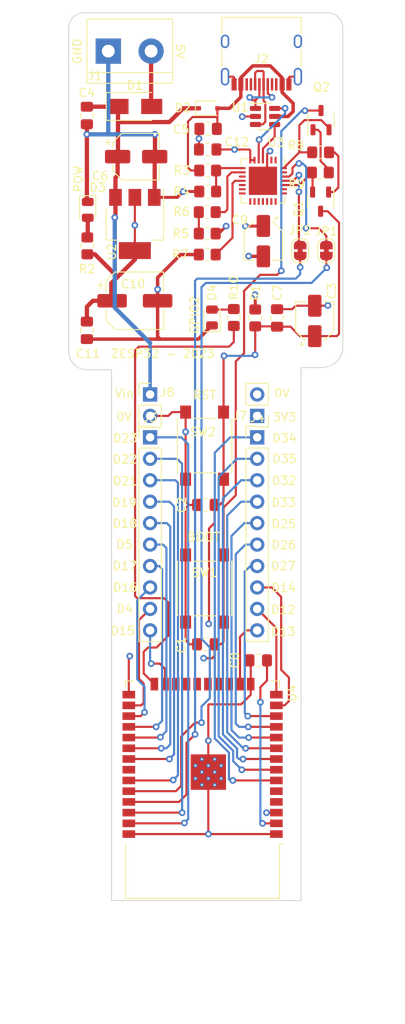
<source format=kicad_pcb>
(kicad_pcb (version 20211014) (generator pcbnew)
  (layers (0 "F.Cu" signal) (1 "In1.Cu" signal) (2 "In2.Cu" signal) (31 "B.Cu" signal) (34 "B.Paste" user) (35 "F.Paste" user) (36 "B.SilkS" user "B.Silkscreen") (37 "F.SilkS" user "F.Silkscreen") (38 "B.Mask" user) (39 "F.Mask" user) (44 "Edge.Cuts" user))
  (net 0 "")
  (net 1 "GND")
  (net 2 "IO0")
  (net 3 "ENA")
  (net 4 "EXT_5V")
  (net 5 "VBUS")
  (net 6 "+3V3")
  (net 7 "Net-(D1-Pad2)")
  (net 8 "Net-(D3-Pad2)")
  (net 9 "Net-(D4-Pad2)")
  (net 11 "Net-(J2-PadA6)")
  (net 12 "Net-(J2-PadA7)")
  (net 16 "D14")
  (net 17 "D13")
  (net 18 "D12")
  (net 19 "D5")
  (net 20 "D4")
  (net 21 "D19")
  (net 22 "D18")
  (net 23 "D17")
  (net 24 "D16")
  (net 25 "D15")
  (net 26 "D26")
  (net 27 "D25")
  (net 28 "D23")
  (net 29 "D22")
  (net 30 "D21")
  (net 31 "D34")
  (net 32 "D35")
  (net 33 "D32")
  (net 34 "D33")
  (net 35 "D27")
  (net 36 "Net-(JP1-Pad1)")
  (net 37 "RXD0")
  (net 38 "Net-(JP2-Pad1)")
  (net 39 "TXD0")
  (net 40 "RTS")
  (net 41 "Net-(Q1-Pad2)")
  (net 42 "DTR")
  (net 43 "Net-(Q2-Pad2)")
  (net 44 "Net-(R3-Pad2)")
  (net 45 "Net-(R5-Pad1)")
  (net 46 "Net-(R6-Pad1)")
  (net 47 "Net-(R7-Pad2)")
  (net 48 "D2")
  (net 57 "D+")
  (net 58 "D-")
  (footprint "Connector_PinHeader_2.54mm:PinHeader_1x02_P2.54mm_Vertical" (layer "F.Cu") (at 91.44 88.9)
    (fp_text reference "J8")
    (fp_text value "Conn_01x02_Female")
  )
  (footprint "Button_Switch_SMD:SW_Push_1P1T_NO_6x6mm_H9.5mm" (layer "F.Cu") (at 97.901 111.887 90)
    (fp_text reference "SW1")
    (fp_text value "BOOT")
  )
  (footprint "Jumper:SolderJumper-2_P1.3mm_Bridged_RoundedPad1.0x1.5mm" (layer "F.Cu") (at 109.2404 71.8616 -90)
    (fp_text reference "JP2")
    (fp_text value "SolderJumper_2_Bridged")
  )
  (footprint "Package_TO_SOT_SMD:SOT-23-3-REV" (layer "F.Cu") (at 111.6584 66.0654 -90)
    (fp_text reference "Q1")
    (fp_text value "2N3904S-RTK/PS")
  )
  (footprint "Capacitor_SMD:CP_Elec_4x5.4" (layer "F.Cu") (at 104.8716 70.744 -90)
    (fp_text reference "C9")
    (fp_text value "10u/16V")
  )
  (footprint "Resistor_SMD:R_0805_2012Metric_Pad1.20x1.40mm_HandSolder" (layer "F.Cu") (at 111.6628 60.2284)
    (fp_text reference "R8")
    (fp_text value "10K")
  )
  (footprint "Capacitor_SMD:CP_Elec_4x5.4" (layer "F.Cu") (at 110.9676 80.1928 90)
    (fp_text reference "C3")
    (fp_text value "10u/16V")
  )
  (footprint "Capacitor_SMD:C_0805_2012Metric_Pad1.18x1.45mm_HandSolder" (layer "F.Cu") (at 98.2676 59.8888 180)
    (fp_text reference "C12")
    (fp_text value "104")
  )
  (footprint "Resistor_SMD:R_0805_2012Metric_Pad1.20x1.40mm_HandSolder" (layer "F.Cu") (at 98.2676 64.8672 180)
    (fp_text reference "R4")
    (fp_text value "47K5")
  )
  (footprint "Package_TO_SOT_SMD:SOT-23-6" (layer "F.Cu") (at 105.0748 55.9772)
    (fp_text reference "U1")
    (fp_text value "USBLC6-2SC6")
  )
  (footprint "Connector_PinHeader_2.54mm:PinHeader_1x10_P2.54mm_Vertical" (layer "F.Cu") (at 91.44 93.98)
    (fp_text reference "J3")
    (fp_text value "Conn_01x10_Female")
  )
  (footprint "RF_Module:ESP32-WROOM-32" (layer "F.Cu") (at 97.663 132.715 180)
    (fp_text reference "U4")
    (fp_text value "ESP32-WROOM-32D")
  )
  (footprint "Capacitor_SMD:C_0805_2012Metric_Pad1.18x1.45mm_HandSolder" (layer "F.Cu") (at 106.4972 79.8372 90)
    (fp_text reference "C7")
    (fp_text value "104")
  )
  (footprint "Connector_PinHeader_2.54mm:PinHeader_1x02_P2.54mm_Vertical" (layer "F.Cu") (at 104.14 91.44 180)
    (fp_text reference "J7")
    (fp_text value "Conn_01x02_Female")
  )
  (footprint "Capacitor_SMD:C_0805_2012Metric_Pad1.18x1.45mm_HandSolder" (layer "F.Cu") (at 98.044 118.491)
    (fp_text reference "C1")
    (fp_text value "104")
  )
  (footprint "Connector_USB:USB_C_Receptacle_HRO_TYPE-C-31-M-12" (layer "F.Cu") (at 104.648 48.133 180)
    (fp_text reference "J2")
    (fp_text value "USB_C_Receptacle_USB2.0")
  )
  (footprint "Capacitor_SMD:CP_Elec_6.3x5.7" (layer "F.Cu") (at 89.6316 77.8052)
    (fp_text reference "C10")
    (fp_text value "100u/6.3V")
  )
  (footprint "Resistor_SMD:R_0805_2012Metric_Pad1.20x1.40mm_HandSolder" (layer "F.Cu") (at 83.9928 71.3028 90)
    (fp_text reference "R2")
    (fp_text value "220R")
  )
  (footprint "Capacitor_SMD:C_0805_2012Metric_Pad1.18x1.45mm_HandSolder" (layer "F.Cu") (at 104.267 120.396 180)
    (fp_text reference "C8")
    (fp_text value "104")
  )
  (footprint "Resistor_SMD:R_0805_2012Metric_Pad1.20x1.40mm_HandSolder" (layer "F.Cu") (at 98.2168 67.3056 180)
    (fp_text reference "R6")
    (fp_text value "1K")
  )
  (footprint "Resistor_SMD:R_0805_2012Metric_Pad1.20x1.40mm_HandSolder" (layer "F.Cu") (at 103.9064 79.8372 90)
    (fp_text reference "R1")
    (fp_text value "10K")
  )
  (footprint "LED_SMD:LED_0805_2012Metric" (layer "F.Cu") (at 84.0436 67.0356 -90)
    (fp_text reference "D3")
    (fp_text value "LED")
  )
  (footprint "Resistor_SMD:R_0805_2012Metric_Pad1.20x1.40mm_HandSolder" (layer "F.Cu") (at 98.2168 72.3348)
    (fp_text reference "R7")
    (fp_text value "10K")
  )
  (footprint "Resistor_SMD:R_0805_2012Metric_Pad1.20x1.40mm_HandSolder" (layer "F.Cu") (at 98.2676 62.378)
    (fp_text reference "R3")
    (fp_text value "22K1")
  )
  (footprint "TerminalBlock:TerminalBlock_bornier-2_P5.08mm" (layer "F.Cu") (at 86.482 48.2396)
    (fp_text reference "J1")
    (fp_text value "Screw_Terminal_01x02")
  )
  (footprint "Resistor_SMD:R_0805_2012Metric_Pad1.20x1.40mm_HandSolder" (layer "F.Cu") (at 111.628 62.616)
    (fp_text reference "R9")
    (fp_text value "10K")
  )
  (footprint "Package_DFN_QFN:QFN-28-1EP_5x5mm_P0.5mm_EP3.35x3.35mm" (layer "F.Cu") (at 104.8208 63.5972 -90)
    (fp_text reference "U3")
    (fp_text value "CP2102N-Axx-xQFN28")
  )
  (footprint "Diode_SMD:D_SOD-323F" (layer "F.Cu") (at 98.3184 55.012)
    (fp_text reference "D2")
    (fp_text value "BAT760-7")
  )
  (footprint "Capacitor_SMD:CP_Elec_5x5.4" (layer "F.Cu") (at 89.784 60.7364)
    (fp_text reference "C6")
    (fp_text value "47u/16V")
  )
  (footprint "Capacitor_SMD:C_0805_2012Metric_Pad1.18x1.45mm_HandSolder" (layer "F.Cu") (at 98.3184 57.4504 180)
    (fp_text reference "C5")
    (fp_text value "104")
  )
  (footprint "Resistor_SMD:R_0805_2012Metric_Pad1.20x1.40mm_HandSolder" (layer "F.Cu") (at 101.3664 79.7864 90)
    (fp_text reference "R10")
    (fp_text value "220R")
  )
  (footprint "Button_Switch_SMD:SW_Push_1P1T_NO_6x6mm_H9.5mm" (layer "F.Cu") (at 97.901 94.967 90)
    (fp_text reference "SW2")
    (fp_text value "RESET")
  )
  (footprint "Package_TO_SOT_SMD:SOT-223-3_TabPin2" (layer "F.Cu") (at 89.6316 68.712 -90)
    (fp_text reference "U2")
    (fp_text value "AMS1117-3.3")
  )
  (footprint "Package_TO_SOT_SMD:SOT-23-3-REV" (layer "F.Cu") (at 111.7092 56.4134 90)
    (fp_text reference "Q2")
    (fp_text value "2N3904S-RTK/PS")
  )
  (footprint "Capacitor_SMD:C_0805_2012Metric_Pad1.18x1.45mm_HandSolder" (layer "F.Cu") (at 98.044 101.981)
    (fp_text reference "C2")
    (fp_text value "104")
  )
  (footprint "Connector_PinHeader_2.54mm:PinHeader_1x10_P2.54mm_Vertical" (layer "F.Cu") (at 104.14 93.98)
    (fp_text reference "J4")
    (fp_text value "Conn_01x10_Female")
  )
  (footprint "Resistor_SMD:R_0805_2012Metric_Pad1.20x1.40mm_HandSolder" (layer "F.Cu") (at 98.2168 69.8456)
    (fp_text reference "R5")
    (fp_text value "1K")
  )
  (footprint "Capacitor_SMD:C_0805_2012Metric_Pad1.18x1.45mm_HandSolder" (layer "F.Cu") (at 83.942 55.8596 -90)
    (fp_text reference "C4")
    (fp_text value "104")
  )
  (footprint "Jumper:SolderJumper-2_P1.3mm_Bridged_RoundedPad1.0x1.5mm" (layer "F.Cu") (at 112.3392 71.8616 -90)
    (fp_text reference "JP1")
    (fp_text value "SolderJumper_2_Bridged")
  )
  (footprint "Diode_SMD:D_SMA" (layer "F.Cu") (at 89.6316 54.7928)
    (fp_text reference "D1")
    (fp_text value "SS34")
  )
  (footprint "Capacitor_SMD:C_0805_2012Metric_Pad1.18x1.45mm_HandSolder" (layer "F.Cu") (at 83.942 81.3104 -90)
    (fp_text reference "C11")
    (fp_text value "104")
  )
  (footprint "LED_SMD:LED_0805_2012Metric" (layer "F.Cu") (at 98.7756 79.7864 90)
    (fp_text reference "D4")
    (fp_text value "LED")
  )
  (gr_line (start 81.788 45.72) (end 81.788 83.82) (layer "Edge.Cuts") (width 0.1))
  (gr_line (start 114.3 45.72) (end 114.3 83.566) (layer "Edge.Cuts") (width 0.1))
  (gr_line (start 83.6295 43.688) (end 112.4585 43.688) (layer "Edge.Cuts") (width 0.1))
  (gr_line (start 111.76 85.725) (end 109.347 85.725) (layer "Edge.Cuts") (width 0.1))
  (gr_arc (start 114.3 83.566) (mid 113.42617 85.111582) (end 111.76 85.725) (layer "Edge.Cuts") (width 0.1))
  (gr_arc (start 83.947 85.979) (mid 82.420356 85.346644) (end 81.788 83.82) (layer "Edge.Cuts") (width 0.1))
  (gr_arc (start 112.4585 43.688) (mid 113.829644 44.29583) (end 114.3 45.72) (layer "Edge.Cuts") (width 0.1))
  (gr_line (start 109.347 148.844) (end 86.868 148.844) (layer "Edge.Cuts") (width 0.1))
  (gr_line (start 109.347 85.725) (end 109.347 148.844) (layer "Edge.Cuts") (width 0.1))
  (gr_arc (start 81.788 45.72) (mid 82.263424 44.300424) (end 83.6295 43.688) (layer "Edge.Cuts") (width 0.1))
  (gr_line (start 86.868 148.844) (end 86.868 85.979) (layer "Edge.Cuts") (width 0.1))
  (gr_line (start 83.947 85.979) (end 86.868 85.979) (layer "Edge.Cuts") (width 0.1))
  (gr_text "RST" (at 97.901 88.967) (layer "F.SilkS") (effects (font (size 1 1))))
  (gr_text "BOOT" (at 97.79 105.791) (layer "F.SilkS") (effects (font (size 1 1))))
  (gr_text "D16" (at 88.4936 111.76) (layer "F.SilkS") (effects (font (size 1 1))))
  (gr_text "D14" (at 107.2896 111.8108) (layer "F.SilkS") (effects (font (size 1 1))))
  (gr_text "D33" (at 107.2896 101.7016) (layer "F.SilkS") (effects (font (size 1 1))))
  (gr_text "D19" (at 88.392 101.7016) (layer "F.SilkS") (effects (font (size 1 1))))
  (gr_text "D22" (at 88.4428 96.5708) (layer "F.SilkS") (effects (font (size 1 1))))
  (gr_text "0V" (at 88.3412 91.5416) (layer "F.SilkS") (effects (font (size 1 1))))
  (gr_text "GND" (at 82.804 48.26 90) (layer "F.SilkS") (effects (font (size 1 1))))
  (gr_text "D21" (at 88.4936 99.1616) (layer "F.SilkS") (effects (font (size 1 1))))
  (gr_text "D13" (at 107.2388 116.9924) (layer "F.SilkS") (effects (font (size 1 1))))
  (gr_text "D25" (at 107.2896 104.2416) (layer "F.SilkS") (effects (font (size 1 1))))
  (gr_text "ZESP32 - 2023" (at 92.964 84.074) (layer "F.SilkS") (effects (font (size 1 1))))
  (gr_text "D26" (at 107.2896 106.7308) (layer "F.SilkS") (effects (font (size 1 1))))
  (gr_text "D27" (at 107.2388 109.22) (layer "F.SilkS") (effects (font (size 1 1))))
  (gr_text "D18" (at 88.4428 104.1908) (layer "F.SilkS") (effects (font (size 1 1))))
  (gr_text "0V" (at 107.0864 88.7476) (layer "F.SilkS") (effects (font (size 1 1))))
  (gr_text "D34" (at 107.3912 94.0816) (layer "F.SilkS") (effects (font (size 1 1))))
  (gr_text "D32" (at 107.3404 99.1108) (layer "F.SilkS") (effects (font (size 1 1))))
  (gr_text "D35\n" (at 107.3912 96.52) (layer "F.SilkS") (effects (font (size 1 1))))
  (gr_text "GPIO2" (at 96.6928 79.4816 90) (layer "F.SilkS") (effects (font (size 1 1))))
  (gr_text "D17" (at 88.4428 109.22) (layer "F.SilkS") (effects (font (size 1 1))))
  (gr_text "3V3" (at 107.3912 91.5924) (layer "F.SilkS") (effects (font (size 1 1))))
  (gr_text "D5" (at 88.392 106.68) (layer "F.SilkS") (effects (font (size 1 1))))
  (gr_text "Vin" (at 88.392 88.7984) (layer "F.SilkS") (effects (font (size 1 1))))
  (gr_text "5V" (at 94.996 48.26 270) (layer "F.SilkS") (effects (font (size 1 1))))
  (gr_text "D23" (at 88.4936 94.0816) (layer "F.SilkS") (effects (font (size 1 1))))
  (gr_text "POW" (at 82.931 63.373 90) (layer "F.SilkS") (effects (font (size 1 1))))
  (gr_text "D12" (at 107.2388 114.4016) (layer "F.SilkS") (effects (font (size 1 1))))
  (gr_text "D4" (at 88.4428 114.3) (layer "F.SilkS") (effects (font (size 1 1))))
  (gr_text "D15" (at 88.1888 116.8908) (layer "F.SilkS") (effects (font (size 1 1))))
  (segment (start 92.6349 82.3479) (end 97.1516 82.3479) (width 0.4064) (layer "F.Cu") (net 1))
  (segment (start 91.984 60.7364) (end 91.984 65.5096) (width 0.508) (layer "F.Cu") (net 1))
  (segment (start 101.398 51.36578) (end 101.398 52.178) (width 0.254) (layer "F.Cu") (net 1))
  (segment (start 98.343 125.685) (end 98.343 129.9014) (width 0.254) (layer "F.Cu") (net 1))
  (segment (start 92.0192 60.7012) (end 91.984 60.7364) (width 0.508) (layer "F.Cu") (net 1))
  (segment (start 96.139 118.491) (end 97.0065 118.491) (width 0.254) (layer "F.Cu") (net 1))
  (segment (start 107.898 51.36578) (end 107.898 52.178) (width 0.254) (layer "F.Cu") (net 1))
  (segment (start 102.3918 55.9772) (end 102.362 56.007) (width 0.254) (layer "F.Cu") (net 1))
  (segment (start 103.373 120.5395) (end 103.373 123.205) (width 0.254) (layer "F.Cu") (net 1))
  (segment (start 100.328 51.263) (end 101.29522 51.263) (width 0.254) (layer "F.Cu") (net 1))
  (segment (start 106.4972 78.7997) (end 108.2967 78.7997) (width 0.254) (layer "F.Cu") (net 1))
  (segment (start 98.343 140.925) (end 98.303 140.965) (width 0.254) (layer "F.Cu") (net 1))
  (segment (start 91.44 91.44) (end 93.599 91.44) (width 0.254) (layer "F.Cu") (net 1))
  (segment (start 94.047 90.992) (end 95.651 90.992) (width 0.254) (layer "F.Cu") (net 1))
  (segment (start 98.3538 140.965) (end 106.413 140.965) (width 0.254) (layer "F.Cu") (net 1))
  (segment (start 101.29522 51.263) (end 101.398 51.36578) (width 0.254) (layer "F.Cu") (net 1))
  (segment (start 98.303 140.965) (end 98.3538 140.965) (width 0.254) (layer "F.Cu") (net 1))
  (segment (start 95.651 115.862) (end 95.651 118.003) (width 0.254) (layer "F.Cu") (net 1))
  (segment (start 95.651 101.62) (end 96.012 101.981) (width 0.254) (layer "F.Cu") (net 1))
  (segment (start 91.984 65.5096) (end 91.9316 65.562) (width 0.508) (layer "F.Cu") (net 1))
  (segment (start 95.356 64.8672) (end 95.3516 64.8716) (width 0.3556) (layer "F.Cu") (net 1))
  (segment (start 92.3316 82.0446) (end 92.6349 82.3479) (width 0.4064) (layer "F.Cu") (net 1))
  (segment (start 108.968 51.263) (end 108.00078 51.263) (width 0.254) (layer "F.Cu") (net 1))
  (segment (start 92.3316 77.8052) (end 92.3316 76.4514) (width 0.4064) (layer "F.Cu") (net 1))
  (segment (start 104.8716 72.544) (end 103.151 72.544) (width 0.4064) (layer "F.Cu") (net 1))
  (segment (start 95.651 90.992) (end 95.651 93.325) (width 0.254) (layer "F.Cu") (net 1))
  (segment (start 97.2301 59.8888) (end 97.2301 57.5012) (width 0.254) (layer "F.Cu") (net 1))
  (segment (start 95.651 93.325) (end 95.651 98.942) (width 0.254) (layer "F.Cu") (net 1))
  (segment (start 105.3208 61.1472) (end 105.3208 60.4142) (width 0.254) (layer "F.Cu") (net 1))
  (segment (start 108.00078 51.263) (end 107.898 51.36578) (width 0.254) (layer "F.Cu") (net 1))
  (segment (start 83.942 65.9965) (end 84.0436 66.0981) (width 0.508) (layer "F.Cu") (net 1))
  (segment (start 88.913 140.965) (end 98.303 140.965) (width 0.254) (layer "F.Cu") (net 1))
  (segment (start 95.651 102.342) (end 96.012 101.981) (width 0.254) (layer "F.Cu") (net 1))
  (segment (start 105.3208 63.0972) (end 104.8208 63.5972) (width 0.254) (layer "F.Cu") (net 1))
  (segment (start 110.9676 78.3928) (end 112.4882 78.3928) (width 0.254) (layer "F.Cu") (net 1))
  (segment (start 96.012 101.981) (end 97.0065 101.981) (width 0.254) (layer "F.Cu") (net 1))
  (segment (start 103.373 123.205) (end 103.373 124.465) (width 0.254) (layer "F.Cu") (net 1))
  (segment (start 105.3208 61.1472) (end 105.3208 63.0972) (width 0.254) (layer "F.Cu") (net 1))
  (segment (start 103.373 124.465) (end 102.235 125.603) (width 0.254) (layer "F.Cu") (net 1))
  (segment (start 83.942 56.8971) (end 83.942 58.0948) (width 0.508) (layer "F.Cu") (net 1))
  (segment (start 95.3516 64.8716) (end 94.6612 65.562) (width 0.3556) (layer "F.Cu") (net 1))
  (segment (start 105.3208 60.4142) (end 105.664 60.071) (width 0.254) (layer "F.Cu") (net 1))
  (segment (start 83.942 58.0948) (end 83.942 65.9965) (width 0.508) (layer "F.Cu") (net 1))
  (segment (start 103.9373 55.9772) (end 102.3918 55.9772) (width 0.254) (layer "F.Cu") (net 1))
  (segment (start 95.0512 72.3348) (end 92.3316 75.0544) (width 0.4064) (layer "F.Cu") (net 1))
  (segment (start 92.0192 58.0948) (end 92.0192 60.7012) (width 0.508) (layer "F.Cu") (net 1))
  (segment (start 97.1516 82.3479) (end 98.7756 80.7239) (width 0.4064) (layer "F.Cu") (net 1))
  (segment (start 112.4882 78.3928) (end 112.522 78.359) (width 0.254) (layer "F.Cu") (net 1))
  (segment (start 103.2295 120.396) (end 103.373 120.5395) (width 0.254) (layer "F.Cu") (net 1))
  (segment (start 98.343 133.625) (end 98.343 140.925) (width 0.254) (layer "F.Cu") (net 1))
  (segment (start 98.425 125.603) (end 98.343 125.685) (width 0.254) (layer "F.Cu") (net 1))
  (segment (start 95.651 107.912) (end 95.651 102.342) (width 0.254) (layer "F.Cu") (net 1))
  (segment (start 108.2967 78.7997) (end 108.7036 78.3928) (width 0.254) (layer "F.Cu") (net 1))
  (segment (start 95.651 107.912) (end 95.651 115.862) (width 0.254) (layer "F.Cu") (net 1))
  (segment (start 83.942 82.3479) (end 92.6349 82.3479) (width 0.4064) (layer "F.Cu") (net 1))
  (segment (start 102.235 125.603) (end 98.425 125.603) (width 0.254) (layer "F.Cu") (net 1))
  (segment (start 93.599 91.44) (end 94.047 90.992) (width 0.254) (layer "F.Cu") (net 1))
  (segment (start 108.7036 78.3928) (end 110.9676 78.3928) (width 0.254) (layer "F.Cu") (net 1))
  (segment (start 97.2168 72.3348) (end 95.0512 72.3348) (width 0.4064) (layer "F.Cu") (net 1))
  (segment (start 97.2301 57.5012) (end 97.2809 57.4504) (width 0.254) (layer "F.Cu") (net 1))
  (segment (start 97.2676 64.8672) (end 95.356 64.8672) (width 0.3556) (layer "F.Cu") (net 1))
  (segment (start 92.3316 75.0544) (end 92.3316 76.4514) (width 0.4064) (layer "F.Cu") (net 1))
  (segment (start 103.151 72.544) (end 103.124 72.517) (width 0.4064) (layer "F.Cu") (net 1))
  (segment (start 95.651 98.942) (end 95.651 101.62) (width 0.254) (layer "F.Cu") (net 1))
  (segment (start 98.343 129.9014) (end 98.343 133.625) (width 0.254) (layer "F.Cu") (net 1))
  (segment (start 92.3316 77.8052) (end 92.3316 82.0446) (width 0.4064) (layer "F.Cu") (net 1))
  (segment (start 95.651 118.003) (end 96.139 118.491) (width 0.254) (layer "F.Cu") (net 1))
  (segment (start 94.6612 65.562) (end 91.9316 65.562) (width 0.3556) (layer "F.Cu") (net 1))
  (via (at 98.3538 140.965) (size 0.8) (drill 0.4) (layers "F.Cu" "B.Cu") (net 1))
  (via (at 92.0192 58.0948) (size 0.8) (drill 0.4) (layers "F.Cu" "B.Cu") (net 1))
  (via (at 97.2301 58.5989) (size 0.8) (drill 0.4) (layers "F.Cu" "B.Cu") (net 1))
  (via (at 112.522 78.359) (size 0.8) (drill 0.4) (layers "F.Cu" "B.Cu") (net 1))
  (via (at 103.124 72.517) (size 0.8) (drill 0.4) (layers "F.Cu" "B.Cu") (net 1))
  (via (at 92.3316 76.4514) (size 0.8) (drill 0.4) (layers "F.Cu" "B.Cu") (net 1))
  (via (at 102.362 56.007) (size 0.8) (drill 0.4) (layers "F.Cu" "B.Cu") (net 1))
  (via (at 83.942 58.0948) (size 0.8) (drill 0.4) (layers "F.Cu" "B.Cu") (net 1))
  (via (at 105.664 60.071) (size 0.8) (drill 0.4) (layers "F.Cu" "B.Cu") (net 1))
  (via (at 98.343 129.9014) (size 0.8) (drill 0.4) (layers "F.Cu" "B.Cu") (net 1))
  (via (at 95.651 93.325) (size 0.8) (drill 0.4) (layers "F.Cu" "B.Cu") (net 1))
  (via (at 95.3516 64.8716) (size 0.8) (drill 0.4) (layers "F.Cu" "B.Cu") (net 1))
  (segment (start 86.482 58.044) (end 86.4312 58.0948) (width 0.508) (layer "B.Cu") (net 1))
  (segment (start 92.0192 58.0948) (end 86.4312 58.0948) (width 0.508) (layer "B.Cu") (net 1))
  (segment (start 86.482 48.2396) (end 86.482 58.044) (width 0.508) (layer "B.Cu") (net 1))
  (segment (start 86.4312 58.0948) (end 83.942 58.0948) (width 0.508) (layer "B.Cu") (net 1))
  (segment (start 99.0815 119.8665) (end 98.806 120.142) (width 0.254) (layer "F.Cu") (net 2))
  (segment (start 100.151 102.287) (end 101.6 100.838) (width 0.254) (layer "F.Cu") (net 2))
  (segment (start 99.0815 118.491) (end 99.0815 119.8665) (width 0.254) (layer "F.Cu") (net 2))
  (segment (start 102.5856 84.0028) (end 102.5856 76.6368) (width 0.254) (layer "F.Cu") (net 2))
  (segment (start 109.8241 55.2759) (end 109.8042 55.2958) (width 0.254) (layer "F.Cu") (net 2))
  (segment (start 100.151 115.862) (end 100.151 118.162) (width 0.254) (layer "F.Cu") (net 2))
  (segment (start 102.5856 76.6368) (end 104.4906 74.7318) (width 0.254) (layer "F.Cu") (net 2))
  (segment (start 99.822 118.491) (end 99.0815 118.491) (width 0.254) (layer "F.Cu") (net 2))
  (segment (start 100.151 107.912) (end 100.151 115.862) (width 0.254) (layer "F.Cu") (net 2))
  (segment (start 106.5182 74.7318) (end 107 74.25) (width 0.254) (layer "F.Cu") (net 2))
  (segment (start 88.913 120.002) (end 88.913 124.455) (width 0.254) (layer "F.Cu") (net 2))
  (segment (start 104.4906 74.7318) (end 106.5182 74.7318) (width 0.254) (layer "F.Cu") (net 2))
  (segment (start 100.151 118.162) (end 99.822 118.491) (width 0.254) (layer "F.Cu") (net 2))
  (segment (start 98.806 120.142) (end 97.79 120.142) (width 0.254) (layer "F.Cu") (net 2))
  (segment (start 100.151 107.912) (end 100.151 102.287) (width 0.254) (layer "F.Cu") (net 2))
  (segment (start 111.7092 55.2759) (end 109.8241 55.2759) (width 0.254) (layer "F.Cu") (net 2))
  (segment (start 89.027 119.888) (end 88.913 120.002) (width 0.254) (layer "F.Cu") (net 2))
  (segment (start 101.6 84.9884) (end 102.5856 84.0028) (width 0.254) (layer "F.Cu") (net 2))
  (segment (start 101.6 100.838) (end 101.6 84.9884) (width 0.254) (layer "F.Cu") (net 2))
  (via (at 107 74.25) (size 0.8) (drill 0.4) (layers "F.Cu" "B.Cu") (net 2))
  (via (at 97.79 120.142) (size 0.8) (drill 0.4) (layers "F.Cu" "B.Cu") (net 2))
  (via (at 109.8042 55.2958) (size 0.8) (drill 0.4) (layers "F.Cu" "B.Cu") (net 2))
  (via (at 89.027 119.888) (size 0.8) (drill 0.4) (layers "F.Cu" "B.Cu") (net 2))
  (segment (start 109.8042 55.2958) (end 109.4232 55.2958) (width 0.254) (layer "B.Cu") (net 2))
  (segment (start 109.4232 55.2958) (end 107 57.719) (width 0.254) (layer "B.Cu") (net 2))
  (segment (start 107 74.25) (end 107 57.719) (width 0.254) (layer "B.Cu") (net 2))
  (segment (start 103.9064 80.8372) (end 106.4597 80.8372) (width 0.254) (layer "F.Cu") (net 3))
  (segment (start 108.0935 80.8747) (end 109.2116 81.9928) (width 0.254) (layer "F.Cu") (net 3))
  (segment (start 103.886 84.201) (end 103.886 83.82) (width 0.254) (layer "F.Cu") (net 3))
  (segment (start 99.0815 101.981) (end 99.0815 104.1185) (width 0.254) (layer "F.Cu") (net 3))
  (segment (start 98.425 116.0373) (end 98.3843 116.078) (width 0.254) (layer "F.Cu") (net 3))
  (segment (start 103.886 83.82) (end 103.9064 83.7996) (width 0.254) (layer "F.Cu") (net 3))
  (segment (start 100.151 84.38) (end 100.203 84.328) (width 0.254) (layer "F.Cu") (net 3))
  (segment (start 109.2116 81.9928) (end 110.9676 81.9928) (width 0.254) (layer "F.Cu") (net 3))
  (segment (start 103.9064 80.8372) (end 103.9064 83.7996) (width 0.254) (layer "F.Cu") (net 3))
  (segment (start 113.5872 81.9928) (end 113.8428 81.7372) (width 0.254) (layer "F.Cu") (net 3))
  (segment (start 110.9676 81.9928) (end 113.5872 81.9928) (width 0.254) (layer "F.Cu") (net 3))
  (segment (start 106.4597 80.8372) (end 106.4972 80.8747) (width 0.254) (layer "F.Cu") (net 3))
  (segment (start 105.2475 138.43) (end 106.408 138.43) (width 0.254) (layer "F.Cu") (net 3))
  (segment (start 100.151 90.992) (end 100.151 84.38) (width 0.254) (layer "F.Cu") (net 3))
  (segment (start 100.151 98.942) (end 100.151 101.525) (width 0.254) (layer "F.Cu") (net 3))
  (segment (start 100.151 101.525) (end 99.695 101.981) (width 0.254) (layer "F.Cu") (net 3))
  (segment (start 103.9064 83.7996) (end 103.9064 83.952) (width 0.254) (layer "F.Cu") (net 3))
  (segment (start 106.408 138.43) (end 106.413 138.425) (width 0.254) (layer "F.Cu") (net 3))
  (segment (start 106.4972 80.8747) (end 108.0935 80.8747) (width 0.254) (layer "F.Cu") (net 3))
  (segment (start 112.4911 67.2029) (end 111.6584 67.2029) (width 0.254) (layer "F.Cu") (net 3))
  (segment (start 99.695 101.981) (end 99.0815 101.981) (width 0.254) (layer "F.Cu") (net 3))
  (segment (start 98.425 104.775) (end 98.425 116.0373) (width 0.254) (layer "F.Cu") (net 3))
  (segment (start 100.151 90.992) (end 100.151 98.942) (width 0.254) (layer "F.Cu") (net 3))
  (segment (start 113.8428 81.7372) (end 113.8428 68.5546) (width 0.254) (layer "F.Cu") (net 3))
  (segment (start 99.0815 104.1185) (end 98.425 104.775) (width 0.254) (layer "F.Cu") (net 3))
  (segment (start 113.8428 68.5546) (end 112.4911 67.2029) (width 0.254) (layer "F.Cu") (net 3))
  (via (at 100.203 84.328) (size 0.8) (drill 0.4) (layers "F.Cu" "B.Cu") (net 3))
  (via (at 105.2475 138.43) (size 0.8) (drill 0.4) (layers "F.Cu" "B.Cu") (net 3))
  (via (at 103.886 84.201) (size 0.8) (drill 0.4) (layers "F.Cu" "B.Cu") (net 3))
  (via (at 98.3843 116.078) (size 0.8) (drill 0.4) (layers "F.Cu" "B.Cu") (net 3))
  (segment (start 100.203 84.328) (end 103.759 84.328) (width 0.254) (layer "B.Cu") (net 3))
  (segment (start 103.759 84.328) (end 103.886 84.201) (width 0.254) (layer "B.Cu") (net 3))
  (segment (start 87.3316 63.2396) (end 87.3316 65.562) (width 0.508) (layer "F.Cu") (net 4))
  (segment (start 87.6316 60.6888) (end 87.584 60.7364) (width 0.508) (layer "F.Cu") (net 4))
  (segment (start 87.6316 56.6436) (end 87.6316 60.6888) (width 0.508) (layer "F.Cu") (net 4))
  (segment (start 87.584 62.9872) (end 87.3316 63.2396) (width 0.508) (layer "F.Cu") (net 4))
  (segment (start 87.6023 54.8221) (end 87.6316 54.7928) (width 0.508) (layer "F.Cu") (net 4))
  (segment (start 87.584 60.7364) (end 87.584 62.9872) (width 0.508) (layer "F.Cu") (net 4))
  (segment (start 95.356 55.012) (end 97.2184 55.012) (width 0.508) (layer "F.Cu") (net 4))
  (segment (start 87.3316 65.562) (end 87.3316 67.8624) (width 0.508) (layer "F.Cu") (net 4))
  (segment (start 93.7244 56.6436) (end 95.356 55.012) (width 0.508) (layer "F.Cu") (net 4))
  (segment (start 87.6316 56.6436) (end 93.7244 56.6436) (width 0.508) (layer "F.Cu") (net 4))
  (segment (start 87.6316 54.7928) (end 87.6316 56.6436) (width 0.508) (layer "F.Cu") (net 4))
  (segment (start 83.942 54.8221) (end 87.6023 54.8221) (width 0.508) (layer "F.Cu") (net 4))
  (segment (start 87.3316 67.8624) (end 87.249 67.945) (width 0.508) (layer "F.Cu") (net 4))
  (via (at 87.249 67.945) (size 0.8) (drill 0.4) (layers "F.Cu" "B.Cu") (net 4))
  (segment (start 87.249 78.613) (end 91.44 82.804) (width 0.508) (layer "B.Cu") (net 4))
  (segment (start 87.249 67.945) (end 87.249 78.613) (width 0.508) (layer "B.Cu") (net 4))
  (segment (start 91.44 88.9) (end 91.44 82.804) (width 0.4064) (layer "B.Cu") (net 4))
  (segment (start 107.098 53.123) (end 107.098 52.178) (width 0.4064) (layer "F.Cu") (net 5))
  (segment (start 107.098 51.393543) (end 107.098 52.178) (width 0.4064) (layer "F.Cu") (net 5))
  (segment (start 95.9308 56.5868) (end 96.472 56.0456) (width 0.254) (layer "F.Cu") (net 5))
  (segment (start 107.802 55.9772) (end 108.4072 55.372) (width 0.4064) (layer "F.Cu") (net 5))
  (segment (start 103.604343 49.9872) (end 105.691657 49.9872) (width 0.4064) (layer "F.Cu") (net 5))
  (segment (start 97.2676 62.378) (end 96.2864 62.378) (width 0.254) (layer "F.Cu") (net 5))
  (segment (start 102.198 52.178) (end 102.198 51.393543) (width 0.4064) (layer "F.Cu") (net 5))
  (segment (start 95.9308 62.0224) (end 95.9308 56.5868) (width 0.254) (layer "F.Cu") (net 5))
  (segment (start 99.4184 55.012) (end 99.4184 56.0456) (width 0.254) (layer "F.Cu") (net 5))
  (segment (start 105.691657 49.9872) (end 107.098 51.393543) (width 0.4064) (layer "F.Cu") (net 5))
  (segment (start 102.198 52.178) (end 102.198 53.6818) (width 0.4064) (layer "F.Cu") (net 5))
  (segment (start 108.4072 54.4322) (end 107.098 53.123) (width 0.4064) (layer "F.Cu") (net 5))
  (segment (start 102.198 51.393543) (end 103.604343 49.9872) (width 0.4064) (layer "F.Cu") (net 5))
  (segment (start 108.4072 55.372) (end 108.4072 54.4322) (width 0.4064) (layer "F.Cu") (net 5))
  (segment (start 96.2864 62.378) (end 95.9308 62.0224) (width 0.254) (layer "F.Cu") (net 5))
  (segment (start 102.198 53.6818) (end 100.8678 55.012) (width 0.4064) (layer "F.Cu") (net 5))
  (segment (start 106.2123 55.9772) (end 107.802 55.9772) (width 0.4064) (layer "F.Cu") (net 5))
  (segment (start 100.8678 55.012) (end 99.4184 55.012) (width 0.4064) (layer "F.Cu") (net 5))
  (segment (start 99.4184 56.0456) (end 99.4184 57.3879) (width 0.254) (layer "F.Cu") (net 5))
  (segment (start 99.4184 57.3879) (end 99.3559 57.4504) (width 0.254) (layer "F.Cu") (net 5))
  (segment (start 96.472 56.0456) (end 99.4184 56.0456) (width 0.254) (layer "F.Cu") (net 5))
  (segment (start 84.6532 77.8052) (end 83.942 78.5164) (width 0.508) (layer "F.Cu") (net 6))
  (segment (start 99.2168 69.8456) (end 99.5724 69.8456) (width 0.3556) (layer "F.Cu") (net 6))
  (segment (start 87.5742 74.9858) (end 86.8376 75.7224) (width 0.508) (layer "F.Cu") (net 6))
  (segment (start 104.775 139.7) (end 106.408 139.7) (width 0.254) (layer "F.Cu") (net 6))
  (segment (start 99.5724 69.8456) (end 100.457 68.961) (width 0.3556) (layer "F.Cu") (net 6))
  (segment (start 84.8912 72.3028) (end 87.5742 74.9858) (width 0.508) (layer "F.Cu") (net 6))
  (segment (start 106.408 139.7) (end 106.413 139.695) (width 0.254) (layer "F.Cu") (net 6))
  (segment (start 105.3045 122.6605) (end 105.3045 122.7875) (width 0.254) (layer "F.Cu") (net 6))
  (segment (start 103.3208 61.1472) (end 103.8208 61.1472) (width 0.254) (layer "F.Cu") (net 6))
  (segment (start 105.3045 122.7875) (end 104.648 123.444) (width 0.254) (layer "F.Cu") (net 6))
  (segment (start 89.6316 65.562) (end 89.6316 71.862) (width 0.254) (layer "F.Cu") (net 6))
  (segment (start 103.9064 77.1094) (end 103.886 77.089) (width 0.3556) (layer "F.Cu") (net 6))
  (segment (start 89.6316 72.9284) (end 87.5742 74.9858) (width 0.508) (layer "F.Cu") (net 6))
  (segment (start 104.648 123.444) (end 104.521 123.571) (width 0.254) (layer "F.Cu") (net 6))
  (segment (start 104.521 123.571) (end 104.521 125.349) (width 0.254) (layer "F.Cu") (net 6))
  (segment (start 103.1952 59.8888) (end 103.3208 60.0144) (width 0.254) (layer "F.Cu") (net 6))
  (segment (start 86.9316 77.8052) (end 84.6532 77.8052) (width 0.508) (layer "F.Cu") (net 6))
  (segment (start 103.3208 60.0144) (end 103.3208 61.1472) (width 0.254) (layer "F.Cu") (net 6))
  (segment (start 104.8546 68.961) (end 104.8716 68.944) (width 0.3556) (layer "F.Cu") (net 6))
  (segment (start 83.9928 72.3028) (end 84.8912 72.3028) (width 0.508) (layer "F.Cu") (net 6))
  (segment (start 86.8376 75.7224) (end 86.8376 77.7112) (width 0.508) (layer "F.Cu") (net 6))
  (segment (start 86.8376 77.7112) (end 86.9316 77.8052) (width 0.508) (layer "F.Cu") (net 6))
  (segment (start 83.942 78.5164) (end 83.942 80.2729) (width 0.508) (layer "F.Cu") (net 6))
  (segment (start 99.3051 59.8888) (end 103.1952 59.8888) (width 0.254) (layer "F.Cu") (net 6))
  (segment (start 89.6316 71.862) (end 89.6316 72.9284) (width 0.508) (layer "F.Cu") (net 6))
  (segment (start 103.9064 78.8372) (end 103.9064 77.1094) (width 0.3556) (layer "F.Cu") (net 6))
  (segment (start 105.3045 120.396) (end 105.3045 122.6605) (width 0.254) (layer "F.Cu") (net 6))
  (segment (start 102.743 68.961) (end 104.8546 68.961) (width 0.3556) (layer "F.Cu") (net 6))
  (via (at 101.452 59.8888) (size 0.8) (drill 0.4) (layers "F.Cu" "B.Cu") (net 6))
  (via (at 89.6316 68.8644) (size 0.8) (drill 0.4) (layers "F.Cu" "B.Cu") (net 6))
  (via (at 104.775 139.7) (size 0.8) (drill 0.4) (layers "F.Cu" "B.Cu") (net 6))
  (via (at 100.457 68.961) (size 0.8) (drill 0.4) (layers "F.Cu" "B.Cu") (net 6))
  (via (at 104.521 125.349) (size 0.8) (drill 0.4) (layers "F.Cu" "B.Cu") (net 6))
  (via (at 102.743 68.961) (size 0.8) (drill 0.4) (layers "F.Cu" "B.Cu") (net 6))
  (via (at 103.886 77.089) (size 0.8) (drill 0.4) (layers "F.Cu" "B.Cu") (net 6))
  (segment (start 104.521 125.349) (end 104.521 139.446) (width 0.254) (layer "B.Cu") (net 6))
  (segment (start 104.521 139.446) (end 104.775 139.7) (width 0.254) (layer "B.Cu") (net 6))
  (segment (start 91.562 54.7232) (end 91.6316 54.7928) (width 0.508) (layer "F.Cu") (net 7))
  (segment (start 91.562 48.2396) (end 91.562 54.7232) (width 0.508) (layer "F.Cu") (net 7))
  (segment (start 84.0436 67.9731) (end 84.0436 70.252) (width 0.508) (layer "F.Cu") (net 8))
  (segment (start 84.0436 70.252) (end 83.9928 70.3028) (width 0.508) (layer "F.Cu") (net 8))
  (segment (start 98.7756 78.8489) (end 101.3039 78.8489) (width 0.254) (layer "F.Cu") (net 9))
  (segment (start 101.3039 78.8489) (end 101.3664 78.7864) (width 0.254) (layer "F.Cu") (net 9))
  (segment (start 104.7852 56.9272) (end 105.0748 56.6376) (width 0.254) (layer "F.Cu") (net 11))
  (segment (start 104.898 54.1234) (end 105.1052 54.3306) (width 0.254) (layer "F.Cu") (net 11))
  (segment (start 104.8004 50.5968) (end 104.1146 50.5968) (width 0.254) (layer "F.Cu") (net 11))
  (segment (start 103.898 50.8134) (end 103.898 52.178) (width 0.254) (layer "F.Cu") (net 11))
  (segment (start 104.898 50.6944) (end 104.8004 50.5968) (width 0.254) (layer "F.Cu") (net 11))
  (segment (start 104.898 52.178) (end 104.898 54.1234) (width 0.254) (layer "F.Cu") (net 11))
  (segment (start 104.898 52.178) (end 104.898 50.6944) (width 0.254) (layer "F.Cu") (net 11))
  (segment (start 105.1052 56.6072) (end 105.0748 56.6376) (width 0.254) (layer "F.Cu") (net 11))
  (segment (start 105.0748 56.6376) (end 105.0708 56.6336) (width 0.254) (layer "F.Cu") (net 11))
  (segment (start 104.1146 50.5968) (end 103.898 50.8134) (width 0.254) (layer "F.Cu") (net 11))
  (segment (start 103.9373 56.9272) (end 104.7852 56.9272) (width 0.254) (layer "F.Cu") (net 11))
  (segment (start 105.1052 54.3306) (end 105.1052 56.6072) (width 0.254) (layer "F.Cu") (net 11))
  (segment (start 105.398 52.178) (end 105.398 53.2264) (width 0.254) (layer "F.Cu") (net 12))
  (segment (start 103.5807 54.0507) (end 103.9373 54.0507) (width 0.254) (layer "F.Cu") (net 12))
  (segment (start 105.398 53.2264) (end 105.8926 53.721) (width 0.254) (layer "F.Cu") (net 12))
  (segment (start 104.398 53.59) (end 103.9373 54.0507) (width 0.254) (layer "F.Cu") (net 12))
  (segment (start 103.251 53.721) (end 103.5807 54.0507) (width 0.254) (layer "F.Cu") (net 12))
  (segment (start 103.9373 54.0507) (end 103.9373 55.0272) (width 0.254) (layer "F.Cu") (net 12))
  (segment (start 104.398 52.178) (end 104.398 53.59) (width 0.254) (layer "F.Cu") (net 12))
  (via (at 103.251 53.721) (size 0.8) (drill 0.4) (layers "F.Cu" "B.Cu") (net 12))
  (via (at 105.8926 53.721) (size 0.8) (drill 0.4) (layers "F.Cu" "B.Cu") (net 12))
  (segment (start 105.8926 53.721) (end 103.251 53.721) (width 0.254) (layer "B.Cu") (net 12))
  (segment (start 107.3962 125.725) (end 107.8992 125.222) (width 0.254) (layer "F.Cu") (net 16))
  (segment (start 107.8992 125.222) (end 107.8992 122.428) (width 0.254) (layer "F.Cu") (net 16))
  (segment (start 106.413 125.725) (end 107.3962 125.725) (width 0.254) (layer "F.Cu") (net 16))
  (segment (start 106.9848 112.8776) (end 105.8672 111.76) (width 0.254) (layer "F.Cu") (net 16))
  (segment (start 106.9848 121.5136) (end 106.9848 112.8776) (width 0.254) (layer "F.Cu") (net 16))
  (segment (start 105.8672 111.76) (end 104.14 111.76) (width 0.254) (layer "F.Cu") (net 16))
  (segment (start 107.8992 122.428) (end 106.9848 121.5136) (width 0.254) (layer "F.Cu") (net 16))
  (segment (start 102.103 117.607) (end 102.103 123.205) (width 0.254) (layer "F.Cu") (net 17))
  (segment (start 102.87 116.84) (end 102.103 117.607) (width 0.254) (layer "F.Cu") (net 17))
  (segment (start 104.14 116.84) (end 102.87 116.84) (width 0.254) (layer "F.Cu") (net 17))
  (segment (start 106.413 116.573) (end 106.413 124.455) (width 0.254) (layer "F.Cu") (net 18))
  (segment (start 104.14 114.3) (end 106.413 116.573) (width 0.254) (layer "F.Cu") (net 18))
  (segment (start 92.6592 129.4892) (end 92.6134 129.535) (width 0.254) (layer "F.Cu") (net 19))
  (segment (start 92.6134 129.535) (end 88.913 129.535) (width 0.254) (layer "F.Cu") (net 19))
  (via (at 92.6592 129.4892) (size 0.8) (drill 0.4) (layers "F.Cu" "B.Cu") (net 19))
  (segment (start 92.9704 106.68) (end 93.3768 107.0864) (width 0.254) (layer "B.Cu") (net 19))
  (segment (start 93.3768 128.7716) (end 92.6592 129.4892) (width 0.254) (layer "B.Cu") (net 19))
  (segment (start 91.44 106.68) (end 92.9704 106.68) (width 0.254) (layer "B.Cu") (net 19))
  (segment (start 93.3768 107.0864) (end 93.3768 128.7716) (width 0.254) (layer "B.Cu") (net 19))
  (segment (start 90.1192 122.5804) (end 90.678 123.1392) (width 0.254) (layer "F.Cu") (net 20))
  (segment (start 90.3782 125.725) (end 88.913 125.725) (width 0.254) (layer "F.Cu") (net 20))
  (segment (start 90.678 123.1392) (end 90.678 125.4252) (width 0.254) (layer "F.Cu") (net 20))
  (segment (start 90.1192 115.6208) (end 90.1192 122.5804) (width 0.254) (layer "F.Cu") (net 20))
  (segment (start 91.44 114.3) (end 90.1192 115.6208) (width 0.254) (layer "F.Cu") (net 20))
  (segment (start 90.678 125.4252) (end 90.3782 125.725) (width 0.254) (layer "F.Cu") (net 20))
  (segment (start 93.726 132.08) (end 93.721 132.075) (width 0.254) (layer "F.Cu") (net 21))
  (segment (start 93.721 132.075) (end 88.913 132.075) (width 0.254) (layer "F.Cu") (net 21))
  (via (at 93.726 132.08) (size 0.8) (drill 0.4) (layers "F.Cu" "B.Cu") (net 21))
  (segment (start 93.7292 101.6) (end 94.2848 102.1556) (width 0.254) (layer "B.Cu") (net 21))
  (segment (start 94.2848 131.5212) (end 93.726 132.08) (width 0.254) (layer "B.Cu") (net 21))
  (segment (start 91.44 101.6) (end 93.7292 101.6) (width 0.254) (layer "B.Cu") (net 21))
  (segment (start 94.2848 102.1556) (end 94.2848 131.5212) (width 0.254) (layer "B.Cu") (net 21))
  (segment (start 92.7608 130.81) (end 92.7558 130.805) (width 0.254) (layer "F.Cu") (net 22))
  (segment (start 92.7558 130.805) (end 88.913 130.805) (width 0.254) (layer "F.Cu") (net 22))
  (via (at 92.7608 130.81) (size 0.8) (drill 0.4) (layers "F.Cu" "B.Cu") (net 22))
  (segment (start 93.8308 104.5464) (end 93.8308 130.3496) (width 0.254) (layer "B.Cu") (net 22))
  (segment (start 91.44 104.14) (end 93.4244 104.14) (width 0.254) (layer "B.Cu") (net 22))
  (segment (start 93.3704 130.81) (end 92.7608 130.81) (width 0.254) (layer "B.Cu") (net 22))
  (segment (start 93.4244 104.14) (end 93.8308 104.5464) (width 0.254) (layer "B.Cu") (net 22))
  (segment (start 93.8308 130.3496) (end 93.3704 130.81) (width 0.254) (layer "B.Cu") (net 22))
  (segment (start 92.1512 128.27) (end 92.1462 128.265) (width 0.254) (layer "F.Cu") (net 23))
  (segment (start 92.1462 128.265) (end 88.913 128.265) (width 0.254) (layer "F.Cu") (net 23))
  (via (at 92.1512 128.27) (size 0.8) (drill 0.4) (layers "F.Cu" "B.Cu") (net 23))
  (segment (start 92.8624 109.5756) (end 92.8624 127.5588) (width 0.254) (layer "B.Cu") (net 23))
  (segment (start 92.5068 109.22) (end 92.8624 109.5756) (width 0.254) (layer "B.Cu") (net 23))
  (segment (start 92.8624 127.5588) (end 92.1512 128.27) (width 0.254) (layer "B.Cu") (net 23))
  (segment (start 91.44 109.22) (end 92.5068 109.22) (width 0.254) (layer "B.Cu") (net 23))
  (segment (start 90.3224 127) (end 90.3174 126.995) (width 0.254) (layer "F.Cu") (net 24))
  (segment (start 90.3174 126.995) (end 88.913 126.995) (width 0.254) (layer "F.Cu") (net 24))
  (segment (start 90.7796 126.5428) (end 90.3224 127) (width 0.254) (layer "F.Cu") (net 24))
  (via (at 90.7796 126.5428) (size 0.8) (drill 0.4) (layers "F.Cu" "B.Cu") (net 24))
  (segment (start 90.7796 126.3904) (end 90.7796 126.5428) (width 0.254) (layer "B.Cu") (net 24))
  (segment (start 91.44 111.76) (end 89.916 113.284) (width 0.254) (layer "B.Cu") (net 24))
  (segment (start 90.7796 123.4948) (end 90.7796 126.3904) (width 0.254) (layer "B.Cu") (net 24))
  (segment (start 89.916 113.284) (end 89.916 122.6312) (width 0.254) (layer "B.Cu") (net 24))
  (segment (start 89.916 122.6312) (end 90.7796 123.4948) (width 0.254) (layer "B.Cu") (net 24))
  (segment (start 93.213 123.195) (end 93.213 121.407) (width 0.254) (layer "F.Cu") (net 25))
  (segment (start 92.583 120.777) (end 91.567 120.777) (width 0.254) (layer "F.Cu") (net 25))
  (segment (start 93.213 123.205) (end 93.213 123.195) (width 0.254) (layer "F.Cu") (net 25))
  (segment (start 93.213 121.407) (end 92.583 120.777) (width 0.254) (layer "F.Cu") (net 25))
  (via (at 91.567 120.777) (size 0.8) (drill 0.4) (layers "F.Cu" "B.Cu") (net 25))
  (segment (start 91.567 120.777) (end 91.44 120.65) (width 0.254) (layer "B.Cu") (net 25))
  (segment (start 91.44 120.65) (end 91.44 116.84) (width 0.254) (layer "B.Cu") (net 25))
  (segment (start 106.413 128.265) (end 103.0782 128.265) (width 0.254) (layer "F.Cu") (net 26))
  (segment (start 103.0782 128.265) (end 103.0732 128.27) (width 0.254) (layer "F.Cu") (net 26))
  (via (at 103.0732 128.27) (size 0.8) (drill 0.4) (layers "F.Cu" "B.Cu") (net 26))
  (segment (start 102.743 106.68) (end 104.14 106.68) (width 0.254) (layer "B.Cu") (net 26))
  (segment (start 101.6 127.889) (end 101.6 107.823) (width 0.254) (layer "B.Cu") (net 26))
  (segment (start 101.6 107.823) (end 102.743 106.68) (width 0.254) (layer "B.Cu") (net 26))
  (segment (start 101.981 128.27) (end 101.6 127.889) (width 0.254) (layer "B.Cu") (net 26))
  (segment (start 103.0732 128.27) (end 101.981 128.27) (width 0.254) (layer "B.Cu") (net 26))
  (segment (start 106.413 129.535) (end 103.129 129.535) (width 0.254) (layer "F.Cu") (net 27))
  (segment (start 103.129 129.535) (end 103.124 129.54) (width 0.254) (layer "F.Cu") (net 27))
  (via (at 103.124 129.54) (size 0.8) (drill 0.4) (layers "F.Cu" "B.Cu") (net 27))
  (segment (start 103.124 129.54) (end 101.981 129.54) (width 0.254) (layer "B.Cu") (net 27))
  (segment (start 101.981 129.54) (end 101.092 128.651) (width 0.254) (layer "B.Cu") (net 27))
  (segment (start 101.092 128.651) (end 101.092 105.664) (width 0.254) (layer "B.Cu") (net 27))
  (segment (start 102.616 104.14) (end 104.14 104.14) (width 0.254) (layer "B.Cu") (net 27))
  (segment (start 101.092 105.664) (end 102.616 104.14) (width 0.254) (layer "B.Cu") (net 27))
  (segment (start 88.913 139.695) (end 95.4582 139.695) (width 0.254) (layer "F.Cu") (net 28))
  (segment (start 95.4582 139.695) (end 95.504 139.6492) (width 0.254) (layer "F.Cu") (net 28))
  (via (at 95.504 139.6492) (size 0.8) (drill 0.4) (layers "F.Cu" "B.Cu") (net 28))
  (segment (start 95.504 139.6492) (end 95.9612 139.192) (width 0.254) (layer "B.Cu") (net 28))
  (segment (start 95.1484 93.98) (end 91.44 93.98) (width 0.254) (layer "B.Cu") (net 28))
  (segment (start 95.9612 139.192) (end 95.9612 94.7928) (width 0.254) (layer "B.Cu") (net 28))
  (segment (start 95.9612 94.7928) (end 95.1484 93.98) (width 0.254) (layer "B.Cu") (net 28))
  (segment (start 88.913 138.425) (end 88.9458 138.425) (width 0.254) (layer "F.Cu") (net 29))
  (segment (start 95.2297 138.425) (end 95.2347 138.43) (width 0.254) (layer "F.Cu") (net 29))
  (segment (start 88.9458 138.425) (end 95.2297 138.425) (width 0.254) (layer "F.Cu") (net 29))
  (via (at 95.2347 138.43) (size 0.8) (drill 0.4) (layers "F.Cu" "B.Cu") (net 29))
  (segment (start 94.6404 96.52) (end 91.44 96.52) (width 0.254) (layer "B.Cu") (net 29))
  (segment (start 95.2347 138.43) (end 95.2347 97.1143) (width 0.254) (layer "B.Cu") (net 29))
  (segment (start 95.2347 97.1143) (end 94.6404 96.52) (width 0.254) (layer "B.Cu") (net 29))
  (segment (start 94.1374 134.615) (end 88.913 134.615) (width 0.254) (layer "F.Cu") (net 30))
  (segment (start 94.1832 134.5692) (end 94.1374 134.615) (width 0.254) (layer "F.Cu") (net 30))
  (via (at 94.1832 134.5692) (size 0.8) (drill 0.4) (layers "F.Cu" "B.Cu") (net 30))
  (segment (start 94.742 134.0104) (end 94.1832 134.5692) (width 0.254) (layer "B.Cu") (net 30))
  (segment (start 91.44 99.06) (end 94.4372 99.06) (width 0.254) (layer "B.Cu") (net 30))
  (segment (start 94.4372 99.06) (end 94.742 99.3648) (width 0.254) (layer "B.Cu") (net 30))
  (segment (start 94.742 99.3648) (end 94.742 134.0104) (width 0.254) (layer "B.Cu") (net 30))
  (segment (start 106.413 134.615) (end 101.2494 134.615) (width 0.254) (layer "F.Cu") (net 31))
  (via (at 101.2494 134.615) (size 0.8) (drill 0.4) (layers "F.Cu" "B.Cu") (net 31))
  (segment (start 101.2494 134.615) (end 100.9346 134.615) (width 0.254) (layer "B.Cu") (net 31))
  (segment (start 100.9396 93.98) (end 104.14 93.98) (width 0.254) (layer "B.Cu") (net 31))
  (segment (start 100.7872 131.318) (end 99.1108 129.6416) (width 0.254) (layer "B.Cu") (net 31))
  (segment (start 100.9346 134.615) (end 100.7872 134.4676) (width 0.254) (layer "B.Cu") (net 31))
  (segment (start 99.1108 129.6416) (end 99.1108 95.8088) (width 0.254) (layer "B.Cu") (net 31))
  (segment (start 99.1108 95.8088) (end 100.9396 93.98) (width 0.254) (layer "B.Cu") (net 31))
  (segment (start 100.7872 134.4676) (end 100.7872 131.318) (width 0.254) (layer "B.Cu") (net 31))
  (segment (start 106.413 133.345) (end 102.3162 133.345) (width 0.254) (layer "F.Cu") (net 32))
  (segment (start 102.3162 133.345) (end 102.3112 133.35) (width 0.254) (layer "F.Cu") (net 32))
  (via (at 102.3112 133.35) (size 0.8) (drill 0.4) (layers "F.Cu" "B.Cu") (net 32))
  (segment (start 101.2952 131.1148) (end 99.568 129.3876) (width 0.254) (layer "B.Cu") (net 32))
  (segment (start 99.568 129.3876) (end 99.568 98.679) (width 0.254) (layer "B.Cu") (net 32))
  (segment (start 99.568 98.679) (end 101.727 96.52) (width 0.254) (layer "B.Cu") (net 32))
  (segment (start 101.2952 132.334) (end 101.2952 131.1148) (width 0.254) (layer "B.Cu") (net 32))
  (segment (start 101.727 96.52) (end 104.14 96.52) (width 0.254) (layer "B.Cu") (net 32))
  (segment (start 102.3112 133.35) (end 101.2952 132.334) (width 0.254) (layer "B.Cu") (net 32))
  (segment (start 102.4686 132.075) (end 102.4636 132.08) (width 0.254) (layer "F.Cu") (net 33))
  (segment (start 106.413 132.075) (end 102.4686 132.075) (width 0.254) (layer "F.Cu") (net 33))
  (via (at 102.4636 132.08) (size 0.8) (drill 0.4) (layers "F.Cu" "B.Cu") (net 33))
  (segment (start 101.981 132.08) (end 101.7492 131.8482) (width 0.254) (layer "B.Cu") (net 33))
  (segment (start 102.235 99.06) (end 104.14 99.06) (width 0.254) (layer "B.Cu") (net 33))
  (segment (start 100.076 101.219) (end 102.235 99.06) (width 0.254) (layer "B.Cu") (net 33))
  (segment (start 100.076 129.159) (end 100.076 101.219) (width 0.254) (layer "B.Cu") (net 33))
  (segment (start 101.7492 130.8322) (end 100.076 129.159) (width 0.254) (layer "B.Cu") (net 33))
  (segment (start 102.4636 132.08) (end 101.981 132.08) (width 0.254) (layer "B.Cu") (net 33))
  (segment (start 101.7492 131.8482) (end 101.7492 130.8322) (width 0.254) (layer "B.Cu") (net 33))
  (segment (start 102.7734 130.805) (end 102.7684 130.81) (width 0.254) (layer "F.Cu") (net 34))
  (segment (start 106.413 130.805) (end 102.7734 130.805) (width 0.254) (layer "F.Cu") (net 34))
  (via (at 102.7684 130.81) (size 0.8) (drill 0.4) (layers "F.Cu" "B.Cu") (net 34))
  (segment (start 100.584 103.251) (end 102.235 101.6) (width 0.254) (layer "B.Cu") (net 34))
  (segment (start 102.235 101.6) (end 104.14 101.6) (width 0.254) (layer "B.Cu") (net 34))
  (segment (start 102.489 130.81) (end 100.584 128.905) (width 0.254) (layer "B.Cu") (net 34))
  (segment (start 102.7684 130.81) (end 102.489 130.81) (width 0.254) (layer "B.Cu") (net 34))
  (segment (start 100.584 128.905) (end 100.584 103.251) (width 0.254) (layer "B.Cu") (net 34))
  (segment (start 103.0274 126.995) (end 103.0224 127) (width 0.254) (layer "F.Cu") (net 35))
  (segment (start 106.413 126.995) (end 103.0274 126.995) (width 0.254) (layer "F.Cu") (net 35))
  (via (at 103.0224 127) (size 0.8) (drill 0.4) (layers "F.Cu" "B.Cu") (net 35))
  (segment (start 103.3272 109.22) (end 104.14 109.22) (width 0.254) (layer "B.Cu") (net 35))
  (segment (start 102.6668 126.6444) (end 102.6668 109.8804) (width 0.254) (layer "B.Cu") (net 35))
  (segment (start 103.0224 127) (end 102.6668 126.6444) (width 0.254) (layer "B.Cu") (net 35))
  (segment (start 102.6668 109.8804) (end 103.3272 109.22) (width 0.254) (layer "B.Cu") (net 35))
  (segment (start 108.326 62.0572) (end 108.834 61.5492) (width 0.254) (layer "F.Cu") (net 36))
  (segment (start 108.326 62.7176) (end 108.326 62.108) (width 0.254) (layer "F.Cu") (net 36))
  (segment (start 111.4248 69.22) (end 112.3392 70.1344) (width 0.254) (layer "F.Cu") (net 36))
  (segment (start 109.9516 69.22) (end 111.4248 69.22) (width 0.254) (layer "F.Cu") (net 36))
  (segment (start 112.3392 70.1344) (end 112.3392 71.2116) (width 0.254) (layer "F.Cu") (net 36))
  (segment (start 107.2708 63.0972) (end 107.9464 63.0972) (width 0.254) (layer "F.Cu") (net 36))
  (segment (start 108.834 61.5492) (end 109.088 61.5492) (width 0.254) (layer "F.Cu") (net 36))
  (segment (start 108.2244 62.8192) (end 108.326 62.7176) (width 0.254) (layer "F.Cu") (net 36))
  (segment (start 108.326 62.108) (end 108.326 62.0572) (width 0.254) (layer "F.Cu") (net 36))
  (segment (start 107.9464 63.0972) (end 108.2244 62.8192) (width 0.254) (layer "F.Cu") (net 36))
  (via (at 109.088 61.5492) (size 0.8) (drill 0.4) (layers "F.Cu" "B.Cu") (net 36))
  (via (at 109.9516 69.22) (size 0.8) (drill 0.4) (layers "F.Cu" "B.Cu") (net 36))
  (segment (start 109.9516 61.9556) (end 109.9516 66.2736) (width 0.254) (layer "B.Cu") (net 36))
  (segment (start 109.088 61.5492) (end 109.5452 61.5492) (width 0.254) (layer "B.Cu") (net 36))
  (segment (start 109.5452 61.5492) (end 109.9516 61.9556) (width 0.254) (layer "B.Cu") (net 36))
  (segment (start 109.9516 66.2736) (end 109.9516 69.22) (width 0.254) (layer "B.Cu") (net 36))
  (segment (start 95.123 135.255) (end 95.123 129.413) (width 0.254) (layer "F.Cu") (net 37))
  (segment (start 88.913 135.885) (end 94.493 135.885) (width 0.254) (layer "F.Cu") (net 37))
  (segment (start 112.3392 73.8428) (end 112.39 73.8936) (width 0.254) (layer "F.Cu") (net 37))
  (segment (start 112.3392 72.5116) (end 112.3392 73.8428) (width 0.254) (layer "F.Cu") (net 37))
  (segment (start 96.774 127.762) (end 97.536 127.762) (width 0.254) (layer "F.Cu") (net 37))
  (segment (start 94.493 135.885) (end 95.123 135.255) (width 0.254) (layer "F.Cu") (net 37))
  (segment (start 95.123 129.413) (end 96.774 127.762) (width 0.254) (layer "F.Cu") (net 37))
  (via (at 112.39 73.8936) (size 0.8) (drill 0.4) (layers "F.Cu" "B.Cu") (net 37))
  (via (at 97.536 127.762) (size 0.8) (drill 0.4) (layers "F.Cu" "B.Cu") (net 37))
  (segment (start 110.5916 75.692) (end 98.044 75.692) (width 0.254) (layer "B.Cu") (net 37))
  (segment (start 97.536 76.2) (end 97.536 117.856) (width 0.254) (layer "B.Cu") (net 37))
  (segment (start 97.536 117.856) (end 98.517 118.837) (width 0.254) (layer "B.Cu") (net 37))
  (segment (start 97.536 125.857) (end 97.536 127.762) (width 0.254) (layer "B.Cu") (net 37))
  (segment (start 98.517 124.876) (end 97.536 125.857) (width 0.254) (layer "B.Cu") (net 37))
  (segment (start 98.517 118.837) (end 98.517 124.876) (width 0.254) (layer "B.Cu") (net 37))
  (segment (start 112.39 73.8936) (end 110.5916 75.692) (width 0.254) (layer "B.Cu") (net 37))
  (segment (start 98.044 75.692) (end 97.536 76.2) (width 0.254) (layer "B.Cu") (net 37))
  (segment (start 109.088 71.0592) (end 109.2404 71.2116) (width 0.254) (layer "F.Cu") (net 38))
  (segment (start 108.4116 63.5972) (end 109.088 62.9208) (width 0.254) (layer "F.Cu") (net 38))
  (segment (start 107.2708 63.5972) (end 108.4116 63.5972) (width 0.254) (layer "F.Cu") (net 38))
  (segment (start 109.088 64.902) (end 109.088 71.0592) (width 0.254) (layer "F.Cu") (net 38))
  (via (at 109.088 64.902) (size 0.8) (drill 0.4) (layers "F.Cu" "B.Cu") (net 38))
  (via (at 109.088 62.9208) (size 0.8) (drill 0.4) (layers "F.Cu" "B.Cu") (net 38))
  (segment (start 109.088 62.9208) (end 109.088 64.902) (width 0.254) (layer "B.Cu") (net 38))
  (segment (start 109.2404 72.5116) (end 109.2404 73.8428) (width 0.254) (layer "F.Cu") (net 39))
  (segment (start 88.913 137.155) (end 94.874 137.155) (width 0.254) (layer "F.Cu") (net 39))
  (segment (start 95.758 136.271) (end 95.758 130.175) (width 0.254) (layer "F.Cu") (net 39))
  (segment (start 94.874 137.155) (end 95.758 136.271) (width 0.254) (layer "F.Cu") (net 39))
  (segment (start 95.758 130.175) (end 96.774 129.159) (width 0.254) (layer "F.Cu") (net 39))
  (via (at 109.2404 73.8428) (size 0.8) (drill 0.4) (layers "F.Cu" "B.Cu") (net 39))
  (via (at 96.774 129.159) (size 0.8) (drill 0.4) (layers "F.Cu" "B.Cu") (net 39))
  (segment (start 108.712 75.184) (end 97.028 75.184) (width 0.254) (layer "B.Cu") (net 39))
  (segment (start 97.028 75.184) (end 96.774 75.438) (width 0.254) (layer "B.Cu") (net 39))
  (segment (start 109.2404 73.8428) (end 109.2404 74.6556) (width 0.254) (layer "B.Cu") (net 39))
  (segment (start 109.2404 74.6556) (end 108.712 75.184) (width 0.254) (layer "B.Cu") (net 39))
  (segment (start 96.774 75.438) (end 96.774 129.159) (width 0.254) (layer "B.Cu") (net 39))
  (segment (start 107.2708 64.0972) (end 109.1468 64.0972) (width 0.254) (layer "F.Cu") (net 40))
  (segment (start 110.7288 62.7168) (end 110.628 62.616) (width 0.254) (layer "F.Cu") (net 40))
  (segment (start 110.7084 64.9279) (end 110.7084 62.6964) (width 0.254) (layer "F.Cu") (net 40))
  (segment (start 110.7084 62.6964) (end 110.628 62.616) (width 0.254) (layer "F.Cu") (net 40))
  (segment (start 109.1468 64.0972) (end 110.628 62.616) (width 0.254) (layer "F.Cu") (net 40))
  (segment (start 112.6084 64.9279) (end 113.2277 64.9279) (width 0.254) (layer "F.Cu") (net 41))
  (segment (start 113.7666 64.389) (end 113.7666 60.6806) (width 0.254) (layer "F.Cu") (net 41))
  (segment (start 113.7666 60.6806) (end 113.3144 60.2284) (width 0.254) (layer "F.Cu") (net 41))
  (segment (start 113.3144 60.2284) (end 112.6628 60.2284) (width 0.254) (layer "F.Cu") (net 41))
  (segment (start 113.2277 64.9279) (end 113.7666 64.389) (width 0.254) (layer "F.Cu") (net 41))
  (segment (start 110.7592 60.132) (end 110.6628 60.2284) (width 0.254) (layer "F.Cu") (net 42))
  (segment (start 112.6592 57.338) (end 112.6592 57.5509) (width 0.254) (layer "F.Cu") (net 42))
  (segment (start 109.1396 57.0272) (end 109.7534 56.4134) (width 0.254) (layer "F.Cu") (net 42))
  (segment (start 109.7534 56.4134) (end 111.7346 56.4134) (width 0.254) (layer "F.Cu") (net 42))
  (segment (start 107.2708 62.0972) (end 109.1396 60.2284) (width 0.254) (layer "F.Cu") (net 42))
  (segment (start 109.1396 60.2284) (end 110.6628 60.2284) (width 0.254) (layer "F.Cu") (net 42))
  (segment (start 110.8304 60.0608) (end 110.6628 60.2284) (width 0.254) (layer "F.Cu") (net 42))
  (segment (start 109.1396 60.2284) (end 109.1396 57.0272) (width 0.254) (layer "F.Cu") (net 42))
  (segment (start 111.7346 56.4134) (end 112.6592 57.338) (width 0.254) (layer "F.Cu") (net 42))
  (segment (start 111.6584 57.8866) (end 111.3227 57.5509) (width 0.254) (layer "F.Cu") (net 43))
  (segment (start 111.3227 57.5509) (end 110.7592 57.5509) (width 0.254) (layer "F.Cu") (net 43))
  (segment (start 112.628 62.2344) (end 111.6584 61.2648) (width 0.254) (layer "F.Cu") (net 43))
  (segment (start 112.628 62.616) (end 112.6032 62.616) (width 0.254) (layer "F.Cu") (net 43))
  (segment (start 111.6584 61.2648) (end 111.6584 57.8866) (width 0.254) (layer "F.Cu") (net 43))
  (segment (start 112.628 62.616) (end 112.628 62.2344) (width 0.254) (layer "F.Cu") (net 43))
  (segment (start 99.2676 62.378) (end 99.2676 64.8672) (width 0.254) (layer "F.Cu") (net 44))
  (segment (start 102.3708 62.0972) (end 99.5484 62.0972) (width 0.254) (layer "F.Cu") (net 44))
  (segment (start 99.5484 62.0972) (end 99.2676 62.378) (width 0.254) (layer "F.Cu") (net 44))
  (segment (start 97.2168 69.8456) (end 97.2168 67.3056) (width 0.254) (layer "F.Cu") (net 45))
  (segment (start 100.6044 67.0008) (end 100.2996 67.3056) (width 0.254) (layer "F.Cu") (net 46))
  (segment (start 102.3708 62.5972) (end 101.0964 62.5972) (width 0.254) (layer "F.Cu") (net 46))
  (segment (start 101.0964 62.5972) (end 100.6044 63.0892) (width 0.254) (layer "F.Cu") (net 46))
  (segment (start 100.2996 67.3056) (end 99.2168 67.3056) (width 0.254) (layer "F.Cu") (net 46))
  (segment (start 100.6044 63.0892) (end 100.6044 67.0008) (width 0.254) (layer "F.Cu") (net 46))
  (segment (start 101.5188 63.5972) (end 102.3708 63.5972) (width 0.254) (layer "F.Cu") (net 47))
  (segment (start 101.214 70.3376) (end 101.214 63.902) (width 0.254) (layer "F.Cu") (net 47))
  (segment (start 99.2168 72.3348) (end 101.214 70.3376) (width 0.254) (layer "F.Cu") (net 47))
  (segment (start 101.214 63.902) (end 101.5188 63.5972) (width 0.254) (layer "F.Cu") (net 47))
  (segment (start 101.3664 82.682) (end 100.8076 83.2408) (width 0.254) (layer "F.Cu") (net 48))
  (segment (start 89.662 112.776) (end 89.916 113.03) (width 0.254) (layer "F.Cu") (net 48))
  (segment (start 90.1142 83.2408) (end 89.662 83.693) (width 0.254) (layer "F.Cu") (net 48))
  (segment (start 93.599 113.538) (end 93.599 117.475) (width 0.254) (layer "F.Cu") (net 48))
  (segment (start 90.678 121.94) (end 91.943 123.205) (width 0.254) (layer "F.Cu") (net 48))
  (segment (start 101.3664 80.7864) (end 101.3664 82.682) (width 0.254) (layer "F.Cu") (net 48))
  (segment (start 93.091 113.03) (end 93.599 113.538) (width 0.254) (layer "F.Cu") (net 48))
  (segment (start 89.916 113.03) (end 93.091 113.03) (width 0.254) (layer "F.Cu") (net 48))
  (segment (start 100.8076 83.2408) (end 90.1142 83.2408) (width 0.254) (layer "F.Cu") (net 48))
  (segment (start 92.202 118.872) (end 91.186 118.872) (width 0.254) (layer "F.Cu") (net 48))
  (segment (start 90.678 119.38) (end 90.678 121.94) (width 0.254) (layer "F.Cu") (net 48))
  (segment (start 93.599 117.475) (end 92.202 118.872) (width 0.254) (layer "F.Cu") (net 48))
  (segment (start 91.186 118.872) (end 90.678 119.38) (width 0.254) (layer "F.Cu") (net 48))
  (segment (start 89.662 83.693) (end 89.662 112.776) (width 0.254) (layer "F.Cu") (net 48))
  (segment (start 106.2123 56.9272) (end 106.2123 58.3957) (width 0.254) (layer "F.Cu") (net 57))
  (segment (start 104.8208 59.7872) (end 104.8208 61.1472) (width 0.254) (layer "F.Cu") (net 57))
  (segment (start 106.2123 58.3957) (end 104.8208 59.7872) (width 0.254) (layer "F.Cu") (net 57))
  (segment (start 106.2123 55.0272) (end 107.4319 55.0272) (width 0.254) (layer "F.Cu") (net 58))
  (segment (start 104.3208 58.7632) (end 104.3636 58.7204) (width 0.254) (layer "F.Cu") (net 58))
  (segment (start 104.3208 61.1472) (end 104.3208 58.7632) (width 0.254) (layer "F.Cu") (net 58))
  (segment (start 107.4319 55.0272) (end 107.4471 55.012) (width 0.254) (layer "F.Cu") (net 58))
  (via (at 107.4471 55.012) (size 0.8) (drill 0.4) (layers "F.Cu" "B.Cu") (net 58))
  (via (at 104.3636 58.7204) (size 0.8) (drill 0.4) (layers "F.Cu" "B.Cu") (net 58))
  (segment (start 107.4471 55.012) (end 107.4471 55.6369) (width 0.254) (layer "B.Cu") (net 58))
  (segment (start 107.4471 55.6369) (end 104.3636 58.7204) (width 0.254) (layer "B.Cu") (net 58))
)
</source>
